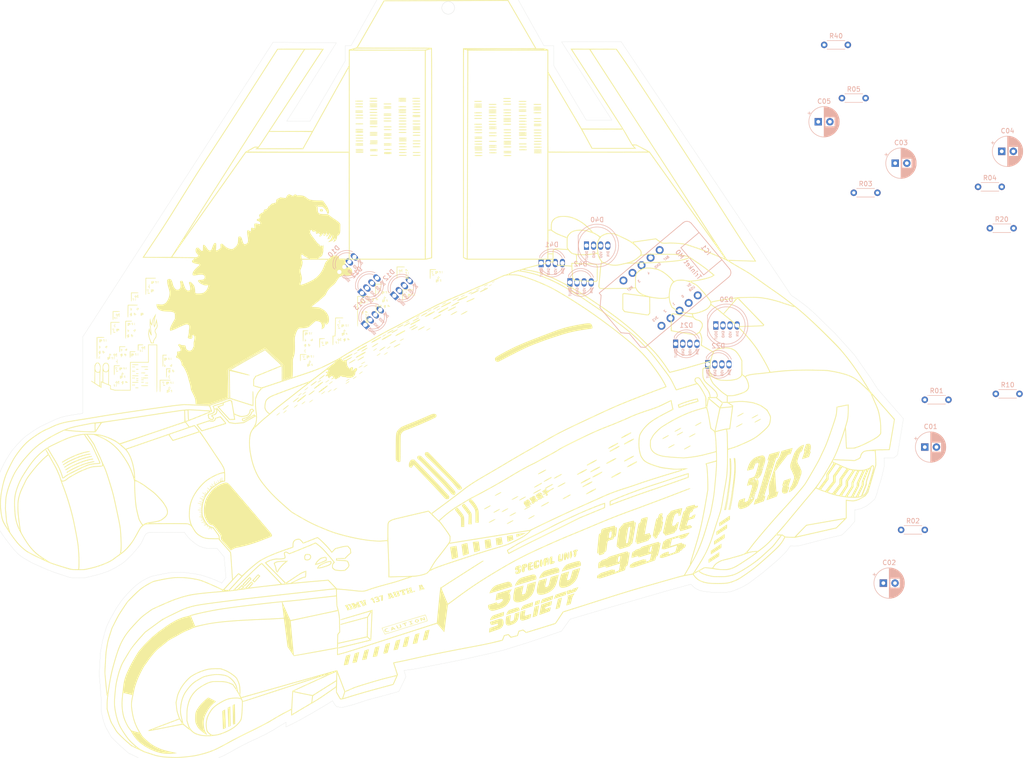
<source format=kicad_pcb>
(kicad_pcb (version 20171130) (host pcbnew 5.1.0-060a0da~80~ubuntu18.04.1)
  (title_block (title "3000 Society Badge PCB Design") (date 2019-03-26) (rev 1) (company "Created by @alt_bier a.k.a. Richard Gowen") (comment 1 https://github.com/gowenrw/3k_badge))
  (layers (0 F.Cu signal) (31 B.Cu signal) (34 B.Paste user) (35 F.Paste user) (36 B.SilkS user) (37 F.SilkS user) (38 B.Mask user) (39 F.Mask user) (44 Edge.Cuts user hide))
  (net 0 "")
  (net 1 "Net-(C01-Pad2)")
  (net 2 "Net-(C01-Pad1)")
  (net 3 "Net-(C02-Pad1)")
  (net 4 "Net-(C03-Pad1)")
  (net 5 "Net-(C04-Pad1)")
  (net 6 "Net-(C05-Pad1)")
  (net 7 "Net-(D10-Pad1)")
  (net 8 "Net-(D10-Pad4)")
  (net 9 "Net-(D11-Pad1)")
  (net 10 "Net-(D12-Pad1)")
  (net 11 "Net-(D20-Pad4)")
  (net 12 "Net-(D20-Pad1)")
  (net 13 "Net-(D21-Pad1)")
  (net 14 "Net-(D40-Pad1)")
  (net 15 "Net-(D40-Pad4)")
  (net 16 "Net-(D41-Pad1)")
  (net 17 "Net-(IC1-Pad3)")
  (net 18 "Net-(IC1-Pad7)")
  (net 19 "Net-(IC1-Pad8)")
  (net 20 "Net-(IC1-Pad10)")
  (module 3000_Society_Badge:LED_D5.0mm-4_RGB_Neo (layer F.Cu) (at 118.48084 80.23098 45)
    (fp_text reference D10 (at 1.905 -3.96 45) (layer B.SilkS) (effects (justify mirror)))
    (fp_text value LED_NeoPixel_THT_5mm)
    (fp_text user DIN (at 4.2545 1.7145 135) (layer B.SilkS) (effects (font (size 0.5 0.5) (thickness 0.1)) (justify mirror)))
    (fp_text user DOUT (at -0.3175 2.032 135) (layer B.SilkS) (effects (font (size 0.5 0.5) (thickness 0.1)) (justify mirror)))
    (fp_text user GND (at 1.2065 1.8415 135) (layer B.SilkS) (effects (font (size 0.5 0.5) (thickness 0.1)) (justify mirror)))
    (fp_text user VDD (at 2.7305 1.8415 135) (layer B.SilkS) (effects (font (size 0.5 0.5) (thickness 0.1)) (justify mirror)))
    (pad 4 thru_hole oval (at 4.191 0 45) (size 1.07 1.8) (drill 0.9) (layers *.Cu *.Mask) (net 8 "Net-(D10-Pad4)"))
    (pad 3 thru_hole oval (at 2.667 0 45) (size 1.07 1.8) (drill 0.9) (layers *.Cu *.Mask) (net 2 "Net-(C01-Pad1)"))
    (pad 2 thru_hole oval (at 1.143 0 45) (size 1.07 1.8) (drill 0.9) (layers *.Cu *.Mask) (net 1 "Net-(C01-Pad2)"))
    (pad 1 thru_hole rect (at -0.381 0 45) (size 1.07 1.8) (drill 0.9) (layers *.Cu *.Mask) (net 7 "Net-(D10-Pad1)"))
  )
  (module 3000_Society_Badge:LED_D5.0mm-4_RGB_Neo (layer F.Cu) (at 123.32208 84.76742 45)
    (fp_text reference D11 (at 1.905 -3.96 45) (layer B.SilkS) (effects (justify mirror)))
    (fp_text value LED_NeoPixel_THT_5mm)
    (fp_text user DIN (at 4.2545 1.7145 135) (layer B.SilkS) (effects (font (size 0.5 0.5) (thickness 0.1)) (justify mirror)))
    (fp_text user DOUT (at -0.3175 2.032 135) (layer B.SilkS) (effects (font (size 0.5 0.5) (thickness 0.1)) (justify mirror)))
    (fp_text user GND (at 1.2065 1.8415 135) (layer B.SilkS) (effects (font (size 0.5 0.5) (thickness 0.1)) (justify mirror)))
    (fp_text user VDD (at 2.7305 1.8415 135) (layer B.SilkS) (effects (font (size 0.5 0.5) (thickness 0.1)) (justify mirror)))
    (pad 4 thru_hole oval (at 4.191 0 45) (size 1.07 1.8) (drill 0.9) (layers *.Cu *.Mask) (net 7 "Net-(D10-Pad1)"))
    (pad 3 thru_hole oval (at 2.667 0 45) (size 1.07 1.8) (drill 0.9) (layers *.Cu *.Mask) (net 2 "Net-(C01-Pad1)"))
    (pad 2 thru_hole oval (at 1.143 0 45) (size 1.07 1.8) (drill 0.9) (layers *.Cu *.Mask) (net 1 "Net-(C01-Pad2)"))
    (pad 1 thru_hole rect (at -0.381 0 45) (size 1.07 1.8) (drill 0.9) (layers *.Cu *.Mask) (net 9 "Net-(D11-Pad1)"))
  )
  (module 3000_Society_Badge:LED_D5.0mm-4_RGB_Neo (layer F.Cu) (at 130.29184 85.344 45)
    (fp_text reference D12 (at 1.905 -3.96 45) (layer B.SilkS) (effects (justify mirror)))
    (fp_text value LED_NeoPixel_THT_5mm)
    (fp_text user DIN (at 4.2545 1.7145 135) (layer B.SilkS) (effects (font (size 0.5 0.5) (thickness 0.1)) (justify mirror)))
    (fp_text user DOUT (at -0.3175 2.032 135) (layer B.SilkS) (effects (font (size 0.5 0.5) (thickness 0.1)) (justify mirror)))
    (fp_text user GND (at 1.2065 1.8415 135) (layer B.SilkS) (effects (font (size 0.5 0.5) (thickness 0.1)) (justify mirror)))
    (fp_text user VDD (at 2.7305 1.8415 135) (layer B.SilkS) (effects (font (size 0.5 0.5) (thickness 0.1)) (justify mirror)))
    (pad 4 thru_hole oval (at 4.191 0 45) (size 1.07 1.8) (drill 0.9) (layers *.Cu *.Mask) (net 9 "Net-(D11-Pad1)"))
    (pad 3 thru_hole oval (at 2.667 0 45) (size 1.07 1.8) (drill 0.9) (layers *.Cu *.Mask) (net 3 "Net-(C02-Pad1)"))
    (pad 2 thru_hole oval (at 1.143 0 45) (size 1.07 1.8) (drill 0.9) (layers *.Cu *.Mask) (net 1 "Net-(C01-Pad2)"))
    (pad 1 thru_hole rect (at -0.381 0 45) (size 1.07 1.8) (drill 0.9) (layers *.Cu *.Mask) (net 10 "Net-(D12-Pad1)"))
  )
  (module 3000_Society_Badge:LED_D5.0mm-4_RGB_Neo (layer F.Cu) (at 124.03328 91.60256 45)
    (fp_text reference D13 (at 1.905 -3.96 45) (layer B.SilkS) (effects (justify mirror)))
    (fp_text value LED_NeoPixel_THT_5mm)
    (fp_text user DIN (at 4.2545 1.7145 135) (layer B.SilkS) (effects (font (size 0.5 0.5) (thickness 0.1)) (justify mirror)))
    (fp_text user DOUT (at -0.3175 2.032 135) (layer B.SilkS) (effects (font (size 0.5 0.5) (thickness 0.1)) (justify mirror)))
    (fp_text user GND (at 1.2065 1.8415 135) (layer B.SilkS) (effects (font (size 0.5 0.5) (thickness 0.1)) (justify mirror)))
    (fp_text user VDD (at 2.7305 1.8415 135) (layer B.SilkS) (effects (font (size 0.5 0.5) (thickness 0.1)) (justify mirror)))
    (pad 4 thru_hole oval (at 4.191 0 45) (size 1.07 1.8) (drill 0.9) (layers *.Cu *.Mask) (net 10 "Net-(D12-Pad1)"))
    (pad 3 thru_hole oval (at 2.667 0 45) (size 1.07 1.8) (drill 0.9) (layers *.Cu *.Mask) (net 3 "Net-(C02-Pad1)"))
    (pad 2 thru_hole oval (at 1.143 0 45) (size 1.07 1.8) (drill 0.9) (layers *.Cu *.Mask) (net 1 "Net-(C01-Pad2)"))
    (pad 1 thru_hole rect (at -0.381 0 45) (size 1.07 1.8) (drill 0.9) (layers *.Cu *.Mask))
  )
  (module 3000_Society_Badge:LED_D5.0mm-4_RGB_Neo (layer F.Cu) (at 190.75654 95.93072)
    (fp_text reference D21 (at 1.905 -3.96) (layer B.SilkS) (effects (justify mirror)))
    (fp_text value LED_NeoPixel_THT_5mm)
    (fp_text user DIN (at 4.2545 1.7145 90) (layer B.SilkS) (effects (font (size 0.5 0.5) (thickness 0.1)) (justify mirror)))
    (fp_text user DOUT (at -0.3175 2.032 90) (layer B.SilkS) (effects (font (size 0.5 0.5) (thickness 0.1)) (justify mirror)))
    (fp_text user GND (at 1.2065 1.8415 90) (layer B.SilkS) (effects (font (size 0.5 0.5) (thickness 0.1)) (justify mirror)))
    (fp_text user VDD (at 2.7305 1.8415 90) (layer B.SilkS) (effects (font (size 0.5 0.5) (thickness 0.1)) (justify mirror)))
    (pad 4 thru_hole oval (at 4.191 0) (size 1.07 1.8) (drill 0.9) (layers *.Cu *.Mask) (net 12 "Net-(D20-Pad1)"))
    (pad 3 thru_hole oval (at 2.667 0) (size 1.07 1.8) (drill 0.9) (layers *.Cu *.Mask) (net 5 "Net-(C04-Pad1)"))
    (pad 2 thru_hole oval (at 1.143 0) (size 1.07 1.8) (drill 0.9) (layers *.Cu *.Mask) (net 1 "Net-(C01-Pad2)"))
    (pad 1 thru_hole rect (at -0.381 0) (size 1.07 1.8) (drill 0.9) (layers *.Cu *.Mask) (net 13 "Net-(D21-Pad1)"))
  )
  (module 3000_Society_Badge:LED_D5.0mm-4_RGB_Neo (layer F.Cu) (at 197.63232 100.3427)
    (fp_text reference D22 (at 1.905 -3.96) (layer B.SilkS) (effects (justify mirror)))
    (fp_text value LED_NeoPixel_THT_5mm)
    (fp_text user DIN (at 4.2545 1.7145 90) (layer B.SilkS) (effects (font (size 0.5 0.5) (thickness 0.1)) (justify mirror)))
    (fp_text user DOUT (at -0.3175 2.032 90) (layer B.SilkS) (effects (font (size 0.5 0.5) (thickness 0.1)) (justify mirror)))
    (fp_text user GND (at 1.2065 1.8415 90) (layer B.SilkS) (effects (font (size 0.5 0.5) (thickness 0.1)) (justify mirror)))
    (fp_text user VDD (at 2.7305 1.8415 90) (layer B.SilkS) (effects (font (size 0.5 0.5) (thickness 0.1)) (justify mirror)))
    (pad 4 thru_hole oval (at 4.191 0) (size 1.07 1.8) (drill 0.9) (layers *.Cu *.Mask) (net 13 "Net-(D21-Pad1)"))
    (pad 3 thru_hole oval (at 2.667 0) (size 1.07 1.8) (drill 0.9) (layers *.Cu *.Mask) (net 5 "Net-(C04-Pad1)"))
    (pad 2 thru_hole oval (at 1.143 0) (size 1.07 1.8) (drill 0.9) (layers *.Cu *.Mask) (net 1 "Net-(C01-Pad2)"))
    (pad 1 thru_hole rect (at -0.381 0) (size 1.07 1.8) (drill 0.9) (layers *.Cu *.Mask))
  )
  (module 3000_Society_Badge:LED_D5.0mm-4_RGB_Neo (layer F.Cu) (at 161.88944 78.59014)
    (fp_text reference D41 (at 1.905 -3.96) (layer B.SilkS) (effects (justify mirror)))
    (fp_text value LED_NeoPixel_THT_5mm)
    (fp_text user DIN (at 4.2545 1.7145 90) (layer B.SilkS) (effects (font (size 0.5 0.5) (thickness 0.1)) (justify mirror)))
    (fp_text user DOUT (at -0.3175 2.032 90) (layer B.SilkS) (effects (font (size 0.5 0.5) (thickness 0.1)) (justify mirror)))
    (fp_text user GND (at 1.2065 1.8415 90) (layer B.SilkS) (effects (font (size 0.5 0.5) (thickness 0.1)) (justify mirror)))
    (fp_text user VDD (at 2.7305 1.8415 90) (layer B.SilkS) (effects (font (size 0.5 0.5) (thickness 0.1)) (justify mirror)))
    (pad 4 thru_hole oval (at 4.191 0) (size 1.07 1.8) (drill 0.9) (layers *.Cu *.Mask) (net 14 "Net-(D40-Pad1)"))
    (pad 3 thru_hole oval (at 2.667 0) (size 1.07 1.8) (drill 0.9) (layers *.Cu *.Mask) (net 6 "Net-(C05-Pad1)"))
    (pad 2 thru_hole oval (at 1.143 0) (size 1.07 1.8) (drill 0.9) (layers *.Cu *.Mask) (net 1 "Net-(C01-Pad2)"))
    (pad 1 thru_hole rect (at -0.381 0) (size 1.07 1.8) (drill 0.9) (layers *.Cu *.Mask) (net 16 "Net-(D41-Pad1)"))
  )
  (module 3000_Society_Badge:LED_D5.0mm-4_RGB_Neo (layer F.Cu) (at 168.06418 82.75066)
    (fp_text reference D42 (at 1.905 -3.96) (layer B.SilkS) (effects (justify mirror)))
    (fp_text value LED_NeoPixel_THT_5mm)
    (fp_text user DIN (at 4.2545 1.7145 90) (layer B.SilkS) (effects (font (size 0.5 0.5) (thickness 0.1)) (justify mirror)))
    (fp_text user DOUT (at -0.3175 2.032 90) (layer B.SilkS) (effects (font (size 0.5 0.5) (thickness 0.1)) (justify mirror)))
    (fp_text user GND (at 1.2065 1.8415 90) (layer B.SilkS) (effects (font (size 0.5 0.5) (thickness 0.1)) (justify mirror)))
    (fp_text user VDD (at 2.7305 1.8415 90) (layer B.SilkS) (effects (font (size 0.5 0.5) (thickness 0.1)) (justify mirror)))
    (pad 4 thru_hole oval (at 4.191 0) (size 1.07 1.8) (drill 0.9) (layers *.Cu *.Mask) (net 16 "Net-(D41-Pad1)"))
    (pad 3 thru_hole oval (at 2.667 0) (size 1.07 1.8) (drill 0.9) (layers *.Cu *.Mask) (net 6 "Net-(C05-Pad1)"))
    (pad 2 thru_hole oval (at 1.143 0) (size 1.07 1.8) (drill 0.9) (layers *.Cu *.Mask) (net 1 "Net-(C01-Pad2)"))
    (pad 1 thru_hole rect (at -0.381 0) (size 1.07 1.8) (drill 0.9) (layers *.Cu *.Mask))
  )
  (module 3000_Society_Badge:LED_D8.0mm-4_RGB_Neo (layer F.Cu) (at 198.7423 91.99118)
    (fp_text reference D20 (at 2.54 -5.56) (layer B.SilkS) (effects (justify mirror)))
    (fp_text value LED_NeoPixel_THT_8mm)
    (fp_text user DIN (at 4.8895 1.778 90) (layer B.SilkS) (effects (font (size 0.5 0.5) (thickness 0.1)) (justify mirror)))
    (fp_text user DOUT (at 0.3175 2.0955 90) (layer B.SilkS) (effects (font (size 0.5 0.5) (thickness 0.1)) (justify mirror)))
    (fp_text user GND (at 1.8415 1.905 90) (layer B.SilkS) (effects (font (size 0.5 0.5) (thickness 0.1)) (justify mirror)))
    (fp_text user VDD (at 3.3655 1.9685 90) (layer B.SilkS) (effects (font (size 0.5 0.5) (thickness 0.1)) (justify mirror)))
    (pad 4 thru_hole oval (at 4.826 0) (size 1.07 1.8) (drill 0.9) (layers *.Cu *.Mask) (net 11 "Net-(D20-Pad4)"))
    (pad 3 thru_hole oval (at 3.302 0) (size 1.07 1.8) (drill 0.9) (layers *.Cu *.Mask) (net 4 "Net-(C03-Pad1)"))
    (pad 2 thru_hole oval (at 1.778 0) (size 1.07 1.8) (drill 0.9) (layers *.Cu *.Mask) (net 1 "Net-(C01-Pad2)"))
    (pad 1 thru_hole rect (at 0.254 0) (size 1.07 1.8) (drill 0.9) (layers *.Cu *.Mask) (net 12 "Net-(D20-Pad1)"))
  )
  (module 3000_Society_Badge:LED_D8.0mm-4_RGB_Neo (layer F.Cu) (at 170.98772 74.85126)
    (fp_text reference D40 (at 2.54 -5.56) (layer B.SilkS) (effects (justify mirror)))
    (fp_text value LED_NeoPixel_THT_8mm)
    (fp_text user DIN (at 4.8895 1.778 90) (layer B.SilkS) (effects (font (size 0.5 0.5) (thickness 0.1)) (justify mirror)))
    (fp_text user DOUT (at 0.3175 2.0955 90) (layer B.SilkS) (effects (font (size 0.5 0.5) (thickness 0.1)) (justify mirror)))
    (fp_text user GND (at 1.8415 1.905 90) (layer B.SilkS) (effects (font (size 0.5 0.5) (thickness 0.1)) (justify mirror)))
    (fp_text user VDD (at 3.3655 1.9685 90) (layer B.SilkS) (effects (font (size 0.5 0.5) (thickness 0.1)) (justify mirror)))
    (pad 4 thru_hole oval (at 4.826 0) (size 1.07 1.8) (drill 0.9) (layers *.Cu *.Mask) (net 15 "Net-(D40-Pad4)"))
    (pad 3 thru_hole oval (at 3.302 0) (size 1.07 1.8) (drill 0.9) (layers *.Cu *.Mask) (net 4 "Net-(C03-Pad1)"))
    (pad 2 thru_hole oval (at 1.778 0) (size 1.07 1.8) (drill 0.9) (layers *.Cu *.Mask) (net 1 "Net-(C01-Pad2)"))
    (pad 1 thru_hole rect (at 0.254 0) (size 1.07 1.8) (drill 0.9) (layers *.Cu *.Mask) (net 14 "Net-(D40-Pad1)"))
  )
  (module 3000_Society_Badge:Trinket_M0 (layer F.Cu) (at 197.84568 74.96048 310)
    (fp_text reference IC1 (at 0 1.27 310) (layer B.SilkS) (effects (justify mirror)))
    (fp_text value Trinket_M0)
    (fp_text user "Trinket M0" (at 0 6.1595 310) (layer B.SilkS) (effects (justify mirror)))
    (fp_text user 5V (at 3.4925 8.89 40) (layer B.SilkS) (effects (font (size 0.5 0.5) (thickness 0.1)) (justify mirror)))
    (fp_text user 3V3 (at 4.3815 19.1135 40) (layer B.SilkS) (effects (font (size 0.5 0.5) (thickness 0.1)) (justify mirror)))
    (fp_text user 2 (at 4.445 16.4465 40) (layer B.SilkS) (effects (font (size 0.5 0.5) (thickness 0.1)) (justify mirror)))
    (fp_text user 1 (at 4.445 14.0335 40) (layer B.SilkS) (effects (font (size 0.5 0.5) (thickness 0.1)) (justify mirror)))
    (fp_text user 0 (at 4.445 11.4935 40) (layer B.SilkS) (effects (font (size 0.5 0.5) (thickness 0.1)) (justify mirror)))
    (fp_text user USB (at 4.445 8.89 40) (layer B.SilkS) (effects (font (size 0.5 0.5) (thickness 0.1)) (justify mirror)))
    (fp_text user RST (at -4.064 19.05 40) (layer B.SilkS) (effects (font (size 0.5 0.5) (thickness 0.1)) (justify mirror)))
    (fp_text user 3 (at -4.064 16.5735 40) (layer B.SilkS) (effects (font (size 0.5 0.5) (thickness 0.1)) (justify mirror)))
    (fp_text user 4 (at -4.064 13.9065 40) (layer B.SilkS) (effects (font (size 0.5 0.5) (thickness 0.1)) (justify mirror)))
    (fp_text user GND (at -4.064 11.3665 40) (layer B.SilkS) (effects (font (size 0.5 0.5) (thickness 0.1)) (justify mirror)))
    (fp_text user BAT (at -4.064 8.89 40) (layer B.SilkS) (effects (font (size 0.5 0.5) (thickness 0.1)) (justify mirror)))
    (pad 10 thru_hole circle (at 6.35 8.89 310) (size 1.7 1.7) (drill 1) (layers *.Cu *.Mask) (net 20 "Net-(IC1-Pad10)"))
    (pad 9 thru_hole circle (at 6.35 11.43 310) (size 1.7 1.7) (drill 1) (layers *.Cu *.Mask))
    (pad 8 thru_hole circle (at 6.35 13.97 310) (size 1.7 1.7) (drill 1) (layers *.Cu *.Mask) (net 19 "Net-(IC1-Pad8)"))
    (pad 7 thru_hole circle (at 6.35 16.51 310) (size 1.7 1.7) (drill 1) (layers *.Cu *.Mask) (net 18 "Net-(IC1-Pad7)"))
    (pad 6 thru_hole circle (at 6.35 19.05 310) (size 1.7 1.7) (drill 1) (layers *.Cu *.Mask))
    (pad 5 thru_hole circle (at -6.35 19.05 310) (size 1.7 1.7) (drill 1) (layers *.Cu *.Mask))
    (pad 4 thru_hole circle (at -6.35 16.51 310) (size 1.7 1.7) (drill 1) (layers *.Cu *.Mask))
    (pad 3 thru_hole circle (at -6.35 13.97 310) (size 1.7 1.7) (drill 1) (layers *.Cu *.Mask) (net 17 "Net-(IC1-Pad3)"))
    (pad 2 thru_hole circle (at -6.35 11.43 310) (size 1.7 1.7) (drill 1) (layers *.Cu *.Mask) (net 1 "Net-(C01-Pad2)"))
    (pad 1 thru_hole circle (at -6.35 8.89 310) (size 1.7 1.7) (drill 1) (layers *.Cu *.Mask))
  )
  (module 3000_Society_Badge:3kbadge-for-export-v4-FrontSilk (layer F.Cu) (at 141.39 103.47)
    (fp_text reference Art hide)
    (fp_text value "" hide)
  )
  (module 3000_Society_Badge:CP_Radial_D6.3mm_P2.50mm (layer F.Cu) (at 243.84 118.11)
    (fp_text reference C01 (at 1.25 -4.4) (layer B.SilkS))
    (fp_text value "CP 100uF")
    (pad 2 thru_hole circle (at 2.5 0) (size 1.6 1.6) (drill 0.8) (layers *.Cu *.Mask) (net 1 "Net-(C01-Pad2)"))
    (pad 1 thru_hole rect (at 0 0) (size 1.6 1.6) (drill 0.8) (layers *.Cu *.Mask) (net 2 "Net-(C01-Pad1)"))
  )
  (module 3000_Society_Badge:CP_Radial_D6.3mm_P2.50mm (layer F.Cu) (at 234.95 147.32)
    (fp_text reference C02 (at 1.25 -4.4) (layer B.SilkS))
    (fp_text value "CP 100uF")
    (pad 1 thru_hole rect (at 0 0) (size 1.6 1.6) (drill 0.8) (layers *.Cu *.Mask) (net 3 "Net-(C02-Pad1)"))
    (pad 2 thru_hole circle (at 2.5 0) (size 1.6 1.6) (drill 0.8) (layers *.Cu *.Mask) (net 1 "Net-(C01-Pad2)"))
  )
  (module 3000_Society_Badge:CP_Radial_D6.3mm_P2.50mm (layer F.Cu) (at 237.49 57.15)
    (fp_text reference C03 (at 1.25 -4.4) (layer B.SilkS))
    (fp_text value "CP 100uF")
    (pad 1 thru_hole rect (at 0 0) (size 1.6 1.6) (drill 0.8) (layers *.Cu *.Mask) (net 4 "Net-(C03-Pad1)"))
    (pad 2 thru_hole circle (at 2.5 0) (size 1.6 1.6) (drill 0.8) (layers *.Cu *.Mask) (net 1 "Net-(C01-Pad2)"))
  )
  (module 3000_Society_Badge:CP_Radial_D6.3mm_P2.50mm (layer F.Cu) (at 260.35 54.61)
    (fp_text reference C04 (at 1.25 -4.4) (layer B.SilkS))
    (fp_text value "CP 100uF")
    (pad 2 thru_hole circle (at 2.5 0) (size 1.6 1.6) (drill 0.8) (layers *.Cu *.Mask) (net 1 "Net-(C01-Pad2)"))
    (pad 1 thru_hole rect (at 0 0) (size 1.6 1.6) (drill 0.8) (layers *.Cu *.Mask) (net 5 "Net-(C04-Pad1)"))
  )
  (module 3000_Society_Badge:CP_Radial_D6.3mm_P2.50mm (layer F.Cu) (at 220.98 48.26)
    (fp_text reference C05 (at 1.25 -4.4) (layer B.SilkS))
    (fp_text value "CP 100uF")
    (pad 1 thru_hole rect (at 0 0) (size 1.6 1.6) (drill 0.8) (layers *.Cu *.Mask) (net 6 "Net-(C05-Pad1)"))
    (pad 2 thru_hole circle (at 2.5 0) (size 1.6 1.6) (drill 0.8) (layers *.Cu *.Mask) (net 1 "Net-(C01-Pad2)"))
  )
  (module 3000_Society_Badge:R_Axial_DIN0204_L3.6mm_D1.6mm_P5.08mm_Horizontal (layer F.Cu) (at 243.84 107.95)
    (fp_text reference R01 (at 2.54 -1.92) (layer B.SilkS))
    (fp_text value "R 470ohm")
    (pad 2 thru_hole oval (at 5.08 0) (size 1.4 1.4) (drill 0.7) (layers *.Cu *.Mask) (net 2 "Net-(C01-Pad1)"))
    (pad 1 thru_hole circle (at 0 0) (size 1.4 1.4) (drill 0.7) (layers *.Cu *.Mask) (net 20 "Net-(IC1-Pad10)"))
  )
  (module 3000_Society_Badge:R_Axial_DIN0204_L3.6mm_D1.6mm_P5.08mm_Horizontal (layer F.Cu) (at 238.76 135.89)
    (fp_text reference R02 (at 2.54 -1.92) (layer B.SilkS))
    (fp_text value "R 470ohm")
    (pad 1 thru_hole circle (at 0 0) (size 1.4 1.4) (drill 0.7) (layers *.Cu *.Mask) (net 20 "Net-(IC1-Pad10)"))
    (pad 2 thru_hole oval (at 5.08 0) (size 1.4 1.4) (drill 0.7) (layers *.Cu *.Mask) (net 3 "Net-(C02-Pad1)"))
  )
  (module 3000_Society_Badge:R_Axial_DIN0204_L3.6mm_D1.6mm_P5.08mm_Horizontal (layer F.Cu) (at 228.6 63.5)
    (fp_text reference R03 (at 2.54 -1.92) (layer B.SilkS))
    (fp_text value "R 470ohm")
    (pad 2 thru_hole oval (at 5.08 0) (size 1.4 1.4) (drill 0.7) (layers *.Cu *.Mask) (net 4 "Net-(C03-Pad1)"))
    (pad 1 thru_hole circle (at 0 0) (size 1.4 1.4) (drill 0.7) (layers *.Cu *.Mask) (net 20 "Net-(IC1-Pad10)"))
  )
  (module 3000_Society_Badge:R_Axial_DIN0204_L3.6mm_D1.6mm_P5.08mm_Horizontal (layer F.Cu) (at 255.27 62.23)
    (fp_text reference R04 (at 2.54 -1.92) (layer B.SilkS))
    (fp_text value "R 470ohm")
    (pad 2 thru_hole oval (at 5.08 0) (size 1.4 1.4) (drill 0.7) (layers *.Cu *.Mask) (net 5 "Net-(C04-Pad1)"))
    (pad 1 thru_hole circle (at 0 0) (size 1.4 1.4) (drill 0.7) (layers *.Cu *.Mask) (net 20 "Net-(IC1-Pad10)"))
  )
  (module 3000_Society_Badge:R_Axial_DIN0204_L3.6mm_D1.6mm_P5.08mm_Horizontal (layer F.Cu) (at 226.06 43.18)
    (fp_text reference R05 (at 2.54 -1.92) (layer B.SilkS))
    (fp_text value "R 470ohm")
    (pad 2 thru_hole oval (at 5.08 0) (size 1.4 1.4) (drill 0.7) (layers *.Cu *.Mask) (net 6 "Net-(C05-Pad1)"))
    (pad 1 thru_hole circle (at 0 0) (size 1.4 1.4) (drill 0.7) (layers *.Cu *.Mask) (net 20 "Net-(IC1-Pad10)"))
  )
  (module 3000_Society_Badge:R_Axial_DIN0204_L3.6mm_D1.6mm_P5.08mm_Horizontal (layer F.Cu) (at 259.08 106.68)
    (fp_text reference R10 (at 2.54 -1.92) (layer B.SilkS))
    (fp_text value "R 470ohm")
    (pad 1 thru_hole circle (at 0 0) (size 1.4 1.4) (drill 0.7) (layers *.Cu *.Mask) (net 19 "Net-(IC1-Pad8)"))
    (pad 2 thru_hole oval (at 5.08 0) (size 1.4 1.4) (drill 0.7) (layers *.Cu *.Mask) (net 8 "Net-(D10-Pad4)"))
  )
  (module 3000_Society_Badge:R_Axial_DIN0204_L3.6mm_D1.6mm_P5.08mm_Horizontal (layer F.Cu) (at 257.81 71.12)
    (fp_text reference R20 (at 2.54 -1.92) (layer B.SilkS))
    (fp_text value "R 470ohm")
    (pad 1 thru_hole circle (at 0 0) (size 1.4 1.4) (drill 0.7) (layers *.Cu *.Mask) (net 18 "Net-(IC1-Pad7)"))
    (pad 2 thru_hole oval (at 5.08 0) (size 1.4 1.4) (drill 0.7) (layers *.Cu *.Mask) (net 11 "Net-(D20-Pad4)"))
  )
  (module 3000_Society_Badge:R_Axial_DIN0204_L3.6mm_D1.6mm_P5.08mm_Horizontal (layer F.Cu) (at 222.25 31.75)
    (fp_text reference R40 (at 2.54 -1.92) (layer B.SilkS))
    (fp_text value "R 470ohm")
    (pad 1 thru_hole circle (at 0 0) (size 1.4 1.4) (drill 0.7) (layers *.Cu *.Mask) (net 17 "Net-(IC1-Pad3)"))
    (pad 2 thru_hole oval (at 5.08 0) (size 1.4 1.4) (drill 0.7) (layers *.Cu *.Mask) (net 15 "Net-(D40-Pad4)"))
  )
  (gr_circle (center 141.57435 23.79) (end 142.12435 25.04) (layer Edge.Cuts) (width 0.05))
  (gr_line (start 72.909999 183.77375) (end 73.1425 183.905001) (layer Edge.Cuts) (width 0.036))
  (gr_line (start 78.576248 186.098751) (end 80.222499 186.39875) (layer Edge.Cuts) (width 0.036))
  (gr_line (start 66.921248 169.810625) (end 67.0225 171.211251) (layer Edge.Cuts) (width 0.036))
  (gr_line (start 69.129999 180.1175) (end 69.253749 180.338751) (layer Edge.Cuts) (width 0.036))
  (gr_line (start 93.64 184.235) (end 94.419999 183.8225) (layer Edge.Cuts) (width 0.036))
  (gr_line (start 66.938125 162.38) (end 66.825625 164.196875) (layer Edge.Cuts) (width 0.036))
  (gr_line (start 71.26 182.307501) (end 72.909999 183.77375) (layer Edge.Cuts) (width 0.036))
  (gr_line (start 92.4925 184.74125) (end 93.126249 184.490001) (layer Edge.Cuts) (width 0.036))
  (gr_line (start 68.286249 178.64375) (end 68.679999 179.3225) (layer Edge.Cuts) (width 0.036))
  (gr_line (start 90.234999 185.592501) (end 91.735 185.041251) (layer Edge.Cuts) (width 0.036))
  (gr_line (start 67.146248 172.628751) (end 67.135 172.90625) (layer Edge.Cuts) (width 0.036))
  (gr_line (start 68.265625 156.715625) (end 67.928125 157.756251) (layer Edge.Cuts) (width 0.036))
  (gr_line (start 69.795625 153.695) (end 69.503125 154.229375) (layer Edge.Cuts) (width 0.036))
  (gr_line (start 67.135 172.90625) (end 67.078748 174.65) (layer Edge.Cuts) (width 0.036))
  (gr_line (start 91.735 185.041251) (end 92.4925 184.74125) (layer Edge.Cuts) (width 0.036))
  (gr_line (start 88.8025 186.005) (end 90.234999 185.592501) (layer Edge.Cuts) (width 0.036))
  (gr_line (start 70.183748 181.295001) (end 71.26 182.307501) (layer Edge.Cuts) (width 0.036))
  (gr_line (start 67.078748 174.65) (end 67.127499 174.905001) (layer Edge.Cuts) (width 0.036))
  (gr_line (start 80.222499 186.39875) (end 81.77875 186.51125) (layer Edge.Cuts) (width 0.036))
  (gr_line (start 73.967499 184.28) (end 75.535 185.0375) (layer Edge.Cuts) (width 0.036))
  (gr_line (start 67.0225 171.211251) (end 67.146248 172.628751) (layer Edge.Cuts) (width 0.036))
  (gr_line (start 69.503125 154.229375) (end 69.193748 154.780625) (layer Edge.Cuts) (width 0.036))
  (gr_line (start 66.696248 167.290625) (end 66.7975 168.2975) (layer Edge.Cuts) (width 0.036))
  (gr_line (start 69.193748 154.780625) (end 68.839375 155.410625) (layer Edge.Cuts) (width 0.036))
  (gr_line (start 67.55875 176.817501) (end 68.027499 178.1375) (layer Edge.Cuts) (width 0.036))
  (gr_line (start 68.027499 178.1375) (end 68.286249 178.64375) (layer Edge.Cuts) (width 0.036))
  (gr_line (start 68.839375 155.410625) (end 68.490625 156.181252) (layer Edge.Cuts) (width 0.036))
  (gr_line (start 67.050625 161.609375) (end 66.938125 162.38) (layer Edge.Cuts) (width 0.036))
  (gr_line (start 67.63 158.853125) (end 67.410625 159.68) (layer Edge.Cuts) (width 0.036))
  (gr_line (start 84.474999 186.51125) (end 87.058748 186.31625) (layer Edge.Cuts) (width 0.036))
  (gr_line (start 99.3325 181.227501) (end 99.86875 180.98375) (layer Edge.Cuts) (width 0.036))
  (gr_line (start 68.679999 179.3225) (end 69.129999 180.1175) (layer Edge.Cuts) (width 0.036))
  (gr_line (start 81.77875 186.51125) (end 84.474999 186.51125) (layer Edge.Cuts) (width 0.036))
  (gr_line (start 75.958749 185.23625) (end 78.576248 186.098751) (layer Edge.Cuts) (width 0.036))
  (gr_line (start 66.696248 166.868751) (end 66.696248 167.290625) (layer Edge.Cuts) (width 0.036))
  (gr_line (start 66.825625 164.196875) (end 66.713125 166.334375) (layer Edge.Cuts) (width 0.036))
  (gr_line (start 68.490625 156.181252) (end 68.265625 156.715625) (layer Edge.Cuts) (width 0.036))
  (gr_line (start 73.1425 183.905001) (end 73.967499 184.28) (layer Edge.Cuts) (width 0.036))
  (gr_line (start 100.6 180.6575) (end 101.29 180.30125) (layer Edge.Cuts) (width 0.036))
  (gr_line (start 67.410625 159.68) (end 67.050625 161.609375) (layer Edge.Cuts) (width 0.036))
  (gr_line (start 95.946248 182.96375) (end 96.7675 182.525) (layer Edge.Cuts) (width 0.036))
  (gr_line (start 100.20625 180.82625) (end 100.6 180.6575) (layer Edge.Cuts) (width 0.036))
  (gr_line (start 99.86875 180.98375) (end 100.20625 180.82625) (layer Edge.Cuts) (width 0.036))
  (gr_line (start 98.706249 181.51625) (end 99.3325 181.227501) (layer Edge.Cuts) (width 0.036))
  (gr_line (start 66.7975 168.2975) (end 66.921248 169.810625) (layer Edge.Cuts) (width 0.036))
  (gr_line (start 98.064999 181.85) (end 98.706249 181.51625) (layer Edge.Cuts) (width 0.036))
  (gr_line (start 97.4425 182.161251) (end 98.064999 181.85) (layer Edge.Cuts) (width 0.036))
  (gr_line (start 96.7675 182.525) (end 97.4425 182.161251) (layer Edge.Cuts) (width 0.036))
  (gr_line (start 87.058748 186.31625) (end 88.8025 186.005) (layer Edge.Cuts) (width 0.036))
  (gr_line (start 95.158748 183.410001) (end 95.946248 182.96375) (layer Edge.Cuts) (width 0.036))
  (gr_line (start 67.127499 174.905001) (end 67.55875 176.817501) (layer Edge.Cuts) (width 0.036))
  (gr_line (start 67.928125 157.756251) (end 67.63 158.853125) (layer Edge.Cuts) (width 0.036))
  (gr_line (start 94.419999 183.8225) (end 95.158748 183.410001) (layer Edge.Cuts) (width 0.036))
  (gr_line (start 93.126249 184.490001) (end 93.64 184.235) (layer Edge.Cuts) (width 0.036))
  (gr_line (start 75.535 185.0375) (end 75.958749 185.23625) (layer Edge.Cuts) (width 0.036))
  (gr_line (start 66.713125 166.334375) (end 66.696248 166.868751) (layer Edge.Cuts) (width 0.036))
  (gr_line (start 69.253749 180.338751) (end 70.183748 181.295001) (layer Edge.Cuts) (width 0.036))
  (gr_line (start 75.938125 146.826875) (end 75.561248 147.08) (layer Edge.Cuts) (width 0.036))
  (gr_line (start 80.663125 145.291252) (end 79.498748 145.516252) (layer Edge.Cuts) (width 0.036))
  (gr_line (start 82.063748 145.060625) (end 81.715 145.105625) (layer Edge.Cuts) (width 0.036))
  (gr_line (start 87.188125 138.755) (end 87.694375 139.109375) (layer Edge.Cuts) (width 0.036))
  (gr_line (start 84.9325 145.049375) (end 84.043748 145.01) (layer Edge.Cuts) (width 0.036))
  (gr_line (start 76.7425 136.73) (end 76.883125 136.634375) (layer Edge.Cuts) (width 0.036))
  (gr_line (start 87.750625 145.426252) (end 86.878748 145.285625) (layer Edge.Cuts) (width 0.036))
  (gr_line (start 86.743748 138.400625) (end 87.188125 138.755) (layer Edge.Cuts) (width 0.036))
  (gr_line (start 89.134375 139.711252) (end 89.6125 139.823752) (layer Edge.Cuts) (width 0.036))
  (gr_line (start 92.515 147.085625) (end 91.896248 146.793125) (layer Edge.Cuts) (width 0.036))
  (gr_line (start 85.331875 136.926875) (end 85.686248 137.388125) (layer Edge.Cuts) (width 0.036))
  (gr_line (start 88.594375 145.606252) (end 87.750625 145.426252) (layer Edge.Cuts) (width 0.036))
  (gr_line (start 93.7525 144.610625) (end 93.893125 146.146252) (layer Edge.Cuts) (width 0.036))
  (gr_line (start 90.068125 146.09) (end 89.325625 145.831252) (layer Edge.Cuts) (width 0.036))
  (gr_line (start 77.788748 136.398125) (end 80.2075 136.409375) (layer Edge.Cuts) (width 0.036))
  (gr_line (start 91.896248 146.793125) (end 91.406875 146.579375) (layer Edge.Cuts) (width 0.036))
  (gr_line (start 87.694375 139.109375) (end 88.105 139.3625) (layer Edge.Cuts) (width 0.036))
  (gr_line (start 76.883125 136.634375) (end 77.096875 136.55) (layer Edge.Cuts) (width 0.036))
  (gr_line (start 93.893125 146.146252) (end 92.981875 147.321875) (layer Edge.Cuts) (width 0.036))
  (gr_line (start 91.980625 139.868752) (end 93.4825 141.685625) (layer Edge.Cuts) (width 0.036))
  (gr_line (start 89.753125 139.863125) (end 91.553125 139.88) (layer Edge.Cuts) (width 0.036))
  (gr_line (start 85.686248 137.388125) (end 86.006875 137.714375) (layer Edge.Cuts) (width 0.036))
  (gr_line (start 77.501875 136.426252) (end 77.788748 136.398125) (layer Edge.Cuts) (width 0.036))
  (gr_line (start 84.960625 136.3925) (end 85.123748 136.6625) (layer Edge.Cuts) (width 0.036))
  (gr_line (start 76.849375 146.3375) (end 75.938125 146.826875) (layer Edge.Cuts) (width 0.036))
  (gr_line (start 90.715 146.315) (end 90.068125 146.09) (layer Edge.Cuts) (width 0.036))
  (gr_line (start 77.096875 136.55) (end 77.293748 136.4825) (layer Edge.Cuts) (width 0.036))
  (gr_line (start 71.415625 151.169375) (end 70.965625 151.816252) (layer Edge.Cuts) (width 0.036))
  (gr_line (start 76.601875 136.904375) (end 76.7425 136.73) (layer Edge.Cuts) (width 0.036))
  (gr_line (start 91.553125 139.88) (end 91.980625 139.868752) (layer Edge.Cuts) (width 0.036))
  (gr_line (start 74.503748 147.8675) (end 74.2225 148.120625) (layer Edge.Cuts) (width 0.036))
  (gr_line (start 75.561248 147.08) (end 75.083125 147.4175) (layer Edge.Cuts) (width 0.036))
  (gr_line (start 77.614375 145.971875) (end 77.203748 146.168752) (layer Edge.Cuts) (width 0.036))
  (gr_line (start 79.498748 145.516252) (end 78.193748 145.7975) (layer Edge.Cuts) (width 0.036))
  (gr_line (start 88.751875 139.598752) (end 89.134375 139.711252) (layer Edge.Cuts) (width 0.036))
  (gr_line (start 86.006875 137.714375) (end 86.400625 138.119375) (layer Edge.Cuts) (width 0.036))
  (gr_line (start 81.715 145.105625) (end 80.663125 145.291252) (layer Edge.Cuts) (width 0.036))
  (gr_line (start 85.123748 136.6625) (end 85.331875 136.926875) (layer Edge.Cuts) (width 0.036))
  (gr_line (start 93.4825 141.685625) (end 93.7525 144.610625) (layer Edge.Cuts) (width 0.036))
  (gr_line (start 70.15 153.048125) (end 69.795625 153.695) (layer Edge.Cuts) (width 0.036))
  (gr_line (start 80.2075 136.409375) (end 84.960625 136.3925) (layer Edge.Cuts) (width 0.036))
  (gr_line (start 89.6125 139.823752) (end 89.753125 139.863125) (layer Edge.Cuts) (width 0.036))
  (gr_line (start 70.543748 152.418125) (end 70.15 153.048125) (layer Edge.Cuts) (width 0.036))
  (gr_line (start 70.965625 151.816252) (end 70.543748 152.418125) (layer Edge.Cuts) (width 0.036))
  (gr_line (start 71.978125 150.466252) (end 71.415625 151.169375) (layer Edge.Cuts) (width 0.036))
  (gr_line (start 72.591248 149.78) (end 71.978125 150.466252) (layer Edge.Cuts) (width 0.036))
  (gr_line (start 86.400625 138.119375) (end 86.743748 138.400625) (layer Edge.Cuts) (width 0.036))
  (gr_line (start 73.001875 149.335625) (end 72.591248 149.78) (layer Edge.Cuts) (width 0.036))
  (gr_line (start 86.878748 145.285625) (end 85.309375 145.0775) (layer Edge.Cuts) (width 0.036))
  (gr_line (start 73.705 148.626875) (end 73.001875 149.335625) (layer Edge.Cuts) (width 0.036))
  (gr_line (start 74.2225 148.120625) (end 73.705 148.626875) (layer Edge.Cuts) (width 0.036))
  (gr_line (start 85.309375 145.0775) (end 84.9325 145.049375) (layer Edge.Cuts) (width 0.036))
  (gr_line (start 88.386248 139.475) (end 88.751875 139.598752) (layer Edge.Cuts) (width 0.036))
  (gr_line (start 89.325625 145.831252) (end 88.594375 145.606252) (layer Edge.Cuts) (width 0.036))
  (gr_line (start 76.444375 137.185625) (end 76.601875 136.904375) (layer Edge.Cuts) (width 0.036))
  (gr_line (start 88.105 139.3625) (end 88.386248 139.475) (layer Edge.Cuts) (width 0.036))
  (gr_line (start 75.083125 147.4175) (end 74.503748 147.8675) (layer Edge.Cuts) (width 0.036))
  (gr_line (start 92.981875 147.321875) (end 92.515 147.085625) (layer Edge.Cuts) (width 0.036))
  (gr_line (start 84.043748 145.01) (end 82.8625 145.021252) (layer Edge.Cuts) (width 0.036))
  (gr_line (start 78.193748 145.7975) (end 77.614375 145.971875) (layer Edge.Cuts) (width 0.036))
  (gr_line (start 77.203748 146.168752) (end 76.849375 146.3375) (layer Edge.Cuts) (width 0.036))
  (gr_line (start 82.8625 145.021252) (end 82.063748 145.060625) (layer Edge.Cuts) (width 0.036))
  (gr_line (start 91.406875 146.579375) (end 90.715 146.315) (layer Edge.Cuts) (width 0.036))
  (gr_line (start 77.293748 136.4825) (end 77.501875 136.426252) (layer Edge.Cuts) (width 0.036))
  (gr_line (start 44.393125 133.681252) (end 44.48875 133.996252) (layer Edge.Cuts) (width 0.036))
  (gr_line (start 44.59 126.188752) (end 44.2525 127.881875) (layer Edge.Cuts) (width 0.036))
  (gr_line (start 71.100625 143.440625) (end 71.59 143.131252) (layer Edge.Cuts) (width 0.036))
  (gr_line (start 75.544375 138.98) (end 75.853748 138.434375) (layer Edge.Cuts) (width 0.036))
  (gr_line (start 73.710625 141.185) (end 74.554375 140.228752) (layer Edge.Cuts) (width 0.036))
  (gr_line (start 44.843125 134.918752) (end 45.304375 135.8975) (layer Edge.Cuts) (width 0.036))
  (gr_line (start 76.264375 137.534375) (end 76.444375 137.185625) (layer Edge.Cuts) (width 0.036))
  (gr_line (start 49.191249 140.988125) (end 49.596249 141.32) (layer Edge.Cuts) (width 0.036))
  (gr_line (start 49.2475 117.395) (end 48.325 118.43) (layer Edge.Cuts) (width 0.036))
  (gr_line (start 76.095625 137.928125) (end 76.264375 137.534375) (layer Edge.Cuts) (width 0.036))
  (gr_line (start 63.585625 146.18) (end 64.260625 146.028125) (layer Edge.Cuts) (width 0.036))
  (gr_line (start 55.609375 144.47) (end 56.953749 144.976252) (layer Edge.Cuts) (width 0.036))
  (gr_line (start 44.044375 131.560625) (end 44.19625 132.556252) (layer Edge.Cuts) (width 0.036))
  (gr_line (start 72.844375 142.056875) (end 73.710625 141.185) (layer Edge.Cuts) (width 0.036))
  (gr_line (start 71.944375 142.861252) (end 72.304375 142.568752) (layer Edge.Cuts) (width 0.036))
  (gr_line (start 54.2875 143.879375) (end 55.609375 144.47) (layer Edge.Cuts) (width 0.036))
  (gr_line (start 44.044375 129.8675) (end 44.044375 131.560625) (layer Edge.Cuts) (width 0.036))
  (gr_line (start 71.59 143.131252) (end 71.944375 142.861252) (layer Edge.Cuts) (width 0.036))
  (gr_line (start 70.549375 143.766875) (end 71.100625 143.440625) (layer Edge.Cuts) (width 0.036))
  (gr_line (start 69.874375 144.160625) (end 70.549375 143.766875) (layer Edge.Cuts) (width 0.036))
  (gr_line (start 69.261248 144.464375) (end 69.874375 144.160625) (layer Edge.Cuts) (width 0.036))
  (gr_line (start 68.681875 144.745625) (end 69.261248 144.464375) (layer Edge.Cuts) (width 0.036))
  (gr_line (start 44.095 128.9225) (end 44.044375 129.8675) (layer Edge.Cuts) (width 0.036))
  (gr_line (start 44.2525 127.881875) (end 44.095 128.9225) (layer Edge.Cuts) (width 0.036))
  (gr_line (start 52.735 114.516875) (end 50.9875 115.715) (layer Edge.Cuts) (width 0.036))
  (gr_line (start 44.955625 124.67) (end 44.59 126.188752) (layer Edge.Cuts) (width 0.036))
  (gr_line (start 56.953749 144.976252) (end 58.264375 145.415) (layer Edge.Cuts) (width 0.036))
  (gr_line (start 47.9875 118.8425) (end 47.2975 119.8775) (layer Edge.Cuts) (width 0.036))
  (gr_line (start 61.290625 146.219375) (end 62.32 146.219375) (layer Edge.Cuts) (width 0.036))
  (gr_line (start 59.98 145.983125) (end 60.379375 146.095625) (layer Edge.Cuts) (width 0.036))
  (gr_line (start 45.445 136.178752) (end 45.979375 136.994375) (layer Edge.Cuts) (width 0.036))
  (gr_line (start 67.9225 145.015625) (end 68.681875 144.745625) (layer Edge.Cuts) (width 0.036))
  (gr_line (start 48.454375 140.200625) (end 49.191249 140.988125) (layer Edge.Cuts) (width 0.036))
  (gr_line (start 64.260625 146.028125) (end 65.076249 145.831252) (layer Edge.Cuts) (width 0.036))
  (gr_line (start 62.32 146.219375) (end 63.585625 146.18) (layer Edge.Cuts) (width 0.036))
  (gr_line (start 45.304375 135.8975) (end 45.445 136.178752) (layer Edge.Cuts) (width 0.036))
  (gr_line (start 47.2975 119.8775) (end 46.607499 121.0025) (layer Edge.Cuts) (width 0.036))
  (gr_line (start 51.103749 142.31) (end 51.806875 142.715) (layer Edge.Cuts) (width 0.036))
  (gr_line (start 58.264375 145.415) (end 59.98 145.983125) (layer Edge.Cuts) (width 0.036))
  (gr_line (start 67.258748 145.251875) (end 67.9225 145.015625) (layer Edge.Cuts) (width 0.036))
  (gr_line (start 65.076249 145.831252) (end 66.1225 145.578125) (layer Edge.Cuts) (width 0.036))
  (gr_line (start 60.379375 146.095625) (end 61.290625 146.219375) (layer Edge.Cuts) (width 0.036))
  (gr_line (start 47.515 139.058752) (end 48.454375 140.200625) (layer Edge.Cuts) (width 0.036))
  (gr_line (start 46.626249 137.8775) (end 47.515 139.058752) (layer Edge.Cuts) (width 0.036))
  (gr_line (start 45.979375 136.994375) (end 46.626249 137.8775) (layer Edge.Cuts) (width 0.036))
  (gr_line (start 45.4075 123.47) (end 44.955625 124.67) (layer Edge.Cuts) (width 0.036))
  (gr_line (start 44.48875 133.996252) (end 44.843125 134.918752) (layer Edge.Cuts) (width 0.036))
  (gr_line (start 50.1475 116.4575) (end 49.2475 117.395) (layer Edge.Cuts) (width 0.036))
  (gr_line (start 46.12 121.925) (end 45.745 122.705) (layer Edge.Cuts) (width 0.036))
  (gr_line (start 48.325 118.43) (end 47.9875 118.8425) (layer Edge.Cuts) (width 0.036))
  (gr_line (start 52.583125 143.12) (end 53.426875 143.5025) (layer Edge.Cuts) (width 0.036))
  (gr_line (start 74.554375 140.228752) (end 75.1225 139.5425) (layer Edge.Cuts) (width 0.036))
  (gr_line (start 72.304375 142.568752) (end 72.844375 142.056875) (layer Edge.Cuts) (width 0.036))
  (gr_line (start 75.853748 138.434375) (end 76.095625 137.928125) (layer Edge.Cuts) (width 0.036))
  (gr_line (start 44.19625 132.556252) (end 44.393125 133.681252) (layer Edge.Cuts) (width 0.036))
  (gr_line (start 66.1225 145.578125) (end 67.258748 145.251875) (layer Edge.Cuts) (width 0.036))
  (gr_line (start 75.1225 139.5425) (end 75.544375 138.98) (layer Edge.Cuts) (width 0.036))
  (gr_line (start 50.321875 141.86) (end 51.103749 142.31) (layer Edge.Cuts) (width 0.036))
  (gr_line (start 51.806875 142.715) (end 52.583125 143.12) (layer Edge.Cuts) (width 0.036))
  (gr_line (start 45.745 122.705) (end 45.4075 123.47) (layer Edge.Cuts) (width 0.036))
  (gr_line (start 49.596249 141.32) (end 50.321875 141.86) (layer Edge.Cuts) (width 0.036))
  (gr_line (start 46.607499 121.0025) (end 46.12 121.925) (layer Edge.Cuts) (width 0.036))
  (gr_line (start 50.9875 115.715) (end 50.1475 116.4575) (layer Edge.Cuts) (width 0.036))
  (gr_line (start 53.426875 143.5025) (end 54.2875 143.879375) (layer Edge.Cuts) (width 0.036))
  (gr_line (start 53.376249 114.111875) (end 52.735 114.516875) (layer Edge.Cuts) (width 0.036))
  (gr_line (start 53.983749 113.746253) (end 53.376249 114.111875) (layer Edge.Cuts) (width 0.036))
  (gr_line (start 55.519375 113.003753) (end 54.585625 113.453753) (layer Edge.Cuts) (width 0.036))
  (gr_line (start 56.56 112.52) (end 55.519375 113.003753) (layer Edge.Cuts) (width 0.036))
  (gr_line (start 58.468749 111.721253) (end 57.488125 112.098125) (layer Edge.Cuts) (width 0.036))
  (gr_line (start 117.568747 31.3175) (end 103.978748 31.193755) (layer Edge.Cuts) (width 0.036))
  (gr_line (start 103.978748 31.193755) (end 63.163749 94.424375) (layer Edge.Cuts) (width 0.036))
  (gr_line (start 63.131323 110.892324) (end 62.6425 110.96) (layer Edge.Cuts) (width 0.036))
  (gr_line (start 59.93125 111.39125) (end 59.331249 111.5075) (layer Edge.Cuts) (width 0.036))
  (gr_line (start 61.254999 111.15875) (end 60.636249 111.26) (layer Edge.Cuts) (width 0.036))
  (gr_line (start 106.920625 48.1475) (end 117.568747 31.3175) (layer Edge.Cuts) (width 0.036))
  (gr_line (start 127.085406 20.650532) (end 120.735569 31.916605) (layer Edge.Cuts) (width 0.036))
  (gr_line (start 62.0125 111.04625) (end 61.254999 111.15875) (layer Edge.Cuts) (width 0.036))
  (gr_line (start 62.6425 110.96) (end 62.0125 111.04625) (layer Edge.Cuts) (width 0.036))
  (gr_line (start 63.163749 94.424375) (end 63.131323 110.892324) (layer Edge.Cuts) (width 0.036))
  (gr_line (start 111.943747 48.1025) (end 106.920625 48.1475) (layer Edge.Cuts) (width 0.036))
  (gr_line (start 119.486875 31.910938) (end 119.484999 35.161251) (layer Edge.Cuts) (width 0.036))
  (gr_line (start 120.735569 31.916605) (end 119.486875 31.910938) (layer Edge.Cuts) (width 0.036))
  (gr_line (start 57.488125 112.098125) (end 56.56 112.52) (layer Edge.Cuts) (width 0.036))
  (gr_line (start 54.585625 113.453753) (end 53.983749 113.746253) (layer Edge.Cuts) (width 0.036))
  (gr_line (start 59.331249 111.5075) (end 58.468749 111.721253) (layer Edge.Cuts) (width 0.036))
  (gr_line (start 60.636249 111.26) (end 59.93125 111.39125) (layer Edge.Cuts) (width 0.036))
  (gr_line (start 119.484999 35.161251) (end 111.943747 48.1025) (layer Edge.Cuts) (width 0.036))
  (gr_line (start 227.821562 135.242188) (end 228.839687 134.024375) (layer Edge.Cuts) (width 0.036))
  (gr_line (start 234.0625 126.3125) (end 234.53125 124.87625) (layer Edge.Cuts) (width 0.036))
  (gr_line (start 201.288437 149.282188) (end 201.991562 149.183752) (layer Edge.Cuts) (width 0.036))
  (gr_line (start 210.85 143.5925) (end 212.5525 142.115) (layer Edge.Cuts) (width 0.036))
  (gr_line (start 230.155 131.33375) (end 231.332499 130.76375) (layer Edge.Cuts) (width 0.036))
  (gr_line (start 228.955794 131.598677) (end 229.054264 131.585971) (layer Edge.Cuts) (width 0.036))
  (gr_line (start 214.99 139.3175) (end 215.125441 139.347148) (layer Edge.Cuts) (width 0.036))
  (gr_line (start 235.931323 120.413265) (end 237.244264 120.423853) (layer Edge.Cuts) (width 0.036))
  (gr_line (start 228.921911 131.593383) (end 228.955794 131.598677) (layer Edge.Cuts) (width 0.036))
  (gr_line (start 214.074999 140.585) (end 214.465 140.0825) (layer Edge.Cuts) (width 0.036))
  (gr_line (start 234.53125 124.87625) (end 234.786249 123.83375) (layer Edge.Cuts) (width 0.036))
  (gr_line (start 231.332499 130.76375) (end 232.2625 130.04375) (layer Edge.Cuts) (width 0.036))
  (gr_line (start 234.786249 123.83375) (end 235.13875 122.18375) (layer Edge.Cuts) (width 0.036))
  (gr_line (start 233.5 128.2925) (end 234.0625 126.3125) (layer Edge.Cuts) (width 0.036))
  (gr_line (start 229.686382 131.434559) (end 230.155 131.33375) (layer Edge.Cuts) (width 0.036))
  (gr_line (start 205.636562 147.62) (end 206.210312 147.262813) (layer Edge.Cuts) (width 0.036))
  (gr_line (start 229.054264 131.585971) (end 229.686382 131.434559) (layer Edge.Cuts) (width 0.036))
  (gr_line (start 206.210312 147.262813) (end 206.7025 146.888752) (layer Edge.Cuts) (width 0.036))
  (gr_line (start 204.885625 148.053125) (end 205.636562 147.62) (layer Edge.Cuts) (width 0.036))
  (gr_line (start 215.125441 139.347148) (end 215.4325 139.367265) (layer Edge.Cuts) (width 0.036))
  (gr_line (start 217.344735 139.181971) (end 218.477676 138.889736) (layer Edge.Cuts) (width 0.036))
  (gr_line (start 237.972735 119.807618) (end 239.26 112.013753) (layer Edge.Cuts) (width 0.036))
  (gr_line (start 235.13875 122.18375) (end 235.13875 121.475) (layer Edge.Cuts) (width 0.036))
  (gr_line (start 232.2625 130.04375) (end 233.10625 129.2825) (layer Edge.Cuts) (width 0.036))
  (gr_line (start 235.281205 120.419618) (end 235.931323 120.413265) (layer Edge.Cuts) (width 0.036))
  (gr_line (start 235.0885 120.40903) (end 235.281205 120.419618) (layer Edge.Cuts) (width 0.036))
  (gr_line (start 235.13875 121.475) (end 235.116029 120.942677) (layer Edge.Cuts) (width 0.036))
  (gr_line (start 223.09375 137.680625) (end 226.046875 137) (layer Edge.Cuts) (width 0.036))
  (gr_line (start 201.991562 149.183752) (end 202.343125 149.107813) (layer Edge.Cuts) (width 0.036))
  (gr_line (start 200.115625 149.324375) (end 201.288437 149.282188) (layer Edge.Cuts) (width 0.036))
  (gr_line (start 233.10625 129.2825) (end 233.5 128.2925) (layer Edge.Cuts) (width 0.036))
  (gr_line (start 228.82 131.566252) (end 228.921911 131.593383) (layer Edge.Cuts) (width 0.036))
  (gr_line (start 228.839687 134.024375) (end 228.82 131.566252) (layer Edge.Cuts) (width 0.036))
  (gr_line (start 216.260499 139.372559) (end 216.59297 139.340795) (layer Edge.Cuts) (width 0.036))
  (gr_line (start 202.855 148.939063) (end 203.718437 148.593125) (layer Edge.Cuts) (width 0.036))
  (gr_line (start 215.4325 139.367265) (end 215.707794 139.377853) (layer Edge.Cuts) (width 0.036))
  (gr_line (start 197.078125 149.178125) (end 198.132812 149.285) (layer Edge.Cuts) (width 0.036))
  (gr_line (start 226.789375 136.274375) (end 227.821562 135.242188) (layer Edge.Cuts) (width 0.036))
  (gr_line (start 226.046875 137) (end 226.789375 136.274375) (layer Edge.Cuts) (width 0.036))
  (gr_line (start 208.685312 145.381252) (end 209.171875 145.007188) (layer Edge.Cuts) (width 0.036))
  (gr_line (start 209.171875 145.007188) (end 210.85 143.5925) (layer Edge.Cuts) (width 0.036))
  (gr_line (start 199.342187 149.341252) (end 200.115625 149.324375) (layer Edge.Cuts) (width 0.036))
  (gr_line (start 215.707794 139.377853) (end 216.260499 139.372559) (layer Edge.Cuts) (width 0.036))
  (gr_line (start 198.132812 149.285) (end 199.342187 149.341252) (layer Edge.Cuts) (width 0.036))
  (gr_line (start 204.4075 148.292188) (end 204.885625 148.053125) (layer Edge.Cuts) (width 0.036))
  (gr_line (start 217.080029 139.249736) (end 217.344735 139.181971) (layer Edge.Cuts) (width 0.036))
  (gr_line (start 216.59297 139.340795) (end 217.080029 139.249736) (layer Edge.Cuts) (width 0.036))
  (gr_line (start 203.718437 148.593125) (end 204.4075 148.292188) (layer Edge.Cuts) (width 0.036))
  (gr_line (start 214.465 140.0825) (end 214.99 139.3175) (layer Edge.Cuts) (width 0.036))
  (gr_line (start 202.343125 149.107813) (end 202.855 148.939063) (layer Edge.Cuts) (width 0.036))
  (gr_line (start 207.138437 146.559688) (end 208.111562 145.822813) (layer Edge.Cuts) (width 0.036))
  (gr_line (start 206.7025 146.888752) (end 207.138437 146.559688) (layer Edge.Cuts) (width 0.036))
  (gr_line (start 218.477676 138.889736) (end 223.09375 137.680625) (layer Edge.Cuts) (width 0.036))
  (gr_line (start 237.244264 120.423853) (end 237.972735 119.807618) (layer Edge.Cuts) (width 0.036))
  (gr_line (start 235.116029 120.942677) (end 235.0885 120.40903) (layer Edge.Cuts) (width 0.036))
  (gr_line (start 208.111562 145.822813) (end 208.685312 145.381252) (layer Edge.Cuts) (width 0.036))
  (gr_line (start 212.5525 142.115) (end 214.074999 140.585) (layer Edge.Cuts) (width 0.036))
  (gr_line (start 102.246248 179.855001) (end 102.519999 179.720001) (layer Edge.Cuts) (width 0.036))
  (gr_line (start 103.93 178.92875) (end 104.353749 178.66625) (layer Edge.Cuts) (width 0.036))
  (gr_line (start 196.335625 149.071252) (end 197.078125 149.178125) (layer Edge.Cuts) (width 0.036))
  (gr_line (start 110.031247 176.558751) (end 110.417499 176.333751) (layer Edge.Cuts) (width 0.036))
  (gr_line (start 195.716875 148.953125) (end 196.335625 149.071252) (layer Edge.Cuts) (width 0.036))
  (gr_line (start 124.360937 172.372813) (end 126.481562 171.818751) (layer Edge.Cuts) (width 0.036))
  (gr_line (start 110.417499 176.333751) (end 110.95 176.026251) (layer Edge.Cuts) (width 0.036))
  (gr_line (start 134.561875 165.738125) (end 136.915937 165.271251) (layer Edge.Cuts) (width 0.036))
  (gr_line (start 112.40125 175.2125) (end 112.712499 175.0325) (layer Edge.Cuts) (width 0.036))
  (gr_line (start 194.395 148.269688) (end 194.695937 148.503125) (layer Edge.Cuts) (width 0.036))
  (gr_line (start 165.872499 157.64) (end 167.739999 155.060001) (layer Edge.Cuts) (width 0.036))
  (gr_line (start 117.585625 173.824063) (end 118.721875 174.049063) (layer Edge.Cuts) (width 0.036))
  (gr_line (start 108.9625 177.121251) (end 109.581247 176.791251) (layer Edge.Cuts) (width 0.036))
  (gr_line (start 195.365312 148.818125) (end 195.716875 148.953125) (layer Edge.Cuts) (width 0.036))
  (gr_line (start 194.695937 148.503125) (end 195.365312 148.818125) (layer Edge.Cuts) (width 0.036))
  (gr_line (start 162.895 158.6675) (end 165.872499 157.64) (layer Edge.Cuts) (width 0.036))
  (gr_line (start 117.234062 173.388125) (end 117.585625 173.824063) (layer Edge.Cuts) (width 0.036))
  (gr_line (start 194.133437 148.044688) (end 194.395 148.269688) (layer Edge.Cuts) (width 0.036))
  (gr_line (start 110.95 176.026251) (end 111.362499 175.79) (layer Edge.Cuts) (width 0.036))
  (gr_line (start 109.581247 176.791251) (end 110.031247 176.558751) (layer Edge.Cuts) (width 0.036))
  (gr_line (start 106.768747 177.20375) (end 106.761249 178.20875) (layer Edge.Cuts) (width 0.036))
  (gr_line (start 167.739999 155.060001) (end 176.293746 152.525) (layer Edge.Cuts) (width 0.036))
  (gr_line (start 117.163747 173.27) (end 117.234062 173.388125) (layer Edge.Cuts) (width 0.036))
  (gr_line (start 116.74375 172.595) (end 117.163747 173.27) (layer Edge.Cuts) (width 0.036))
  (gr_line (start 111.362499 175.79) (end 111.744999 175.576251) (layer Edge.Cuts) (width 0.036))
  (gr_line (start 115.558749 173.341251) (end 116.22625 172.925001) (layer Edge.Cuts) (width 0.036))
  (gr_line (start 112.975 174.882501) (end 113.226247 174.721251) (layer Edge.Cuts) (width 0.036))
  (gr_line (start 101.7475 180.0875) (end 102.246248 179.855001) (layer Edge.Cuts) (width 0.036))
  (gr_line (start 193.894375 147.794375) (end 194.133437 148.044688) (layer Edge.Cuts) (width 0.036))
  (gr_line (start 188.511245 148.981252) (end 193.6975 147.541252) (layer Edge.Cuts) (width 0.036))
  (gr_line (start 129.533125 170.994688) (end 130.987187 170.586875) (layer Edge.Cuts) (width 0.036))
  (gr_line (start 193.6975 147.541252) (end 193.894375 147.794375) (layer Edge.Cuts) (width 0.036))
  (gr_line (start 133.746247 165.850625) (end 134.561875 165.738125) (layer Edge.Cuts) (width 0.036))
  (gr_line (start 176.293746 152.525) (end 188.511245 148.981252) (layer Edge.Cuts) (width 0.036))
  (gr_line (start 143.719375 163.943751) (end 150.328746 162.47) (layer Edge.Cuts) (width 0.036))
  (gr_line (start 126.481562 171.818751) (end 129.533125 170.994688) (layer Edge.Cuts) (width 0.036))
  (gr_line (start 113.226247 174.721251) (end 113.5525 174.533751) (layer Edge.Cuts) (width 0.036))
  (gr_line (start 132.078437 166.075625) (end 133.746247 165.850625) (layer Edge.Cuts) (width 0.036))
  (gr_line (start 132.500312 167.434063) (end 132.078437 166.075625) (layer Edge.Cuts) (width 0.036))
  (gr_line (start 102.808748 179.555) (end 103.48 179.165) (layer Edge.Cuts) (width 0.036))
  (gr_line (start 130.987187 170.586875) (end 132.500312 167.434063) (layer Edge.Cuts) (width 0.036))
  (gr_line (start 101.29 180.30125) (end 101.7475 180.0875) (layer Edge.Cuts) (width 0.036))
  (gr_line (start 123.154375 172.775) (end 124.360937 172.372813) (layer Edge.Cuts) (width 0.036))
  (gr_line (start 108.1375 177.533751) (end 108.9625 177.121251) (layer Edge.Cuts) (width 0.036))
  (gr_line (start 102.519999 179.720001) (end 102.808748 179.555) (layer Edge.Cuts) (width 0.036))
  (gr_line (start 114.958747 173.6975) (end 115.558749 173.341251) (layer Edge.Cuts) (width 0.036))
  (gr_line (start 112.06375 175.4075) (end 112.40125 175.2125) (layer Edge.Cuts) (width 0.036))
  (gr_line (start 104.353749 178.66625) (end 104.935 178.31) (layer Edge.Cuts) (width 0.036))
  (gr_line (start 114.0475 174.241251) (end 114.546249 173.94125) (layer Edge.Cuts) (width 0.036))
  (gr_line (start 112.712499 175.0325) (end 112.975 174.882501) (layer Edge.Cuts) (width 0.036))
  (gr_line (start 153.492812 161.702188) (end 158.17 160.2425) (layer Edge.Cuts) (width 0.036))
  (gr_line (start 103.48 179.165) (end 103.93 178.92875) (layer Edge.Cuts) (width 0.036))
  (gr_line (start 158.17 160.2425) (end 162.895 158.6675) (layer Edge.Cuts) (width 0.036))
  (gr_line (start 150.328746 162.47) (end 153.492812 161.702188) (layer Edge.Cuts) (width 0.036))
  (gr_line (start 118.721875 174.049063) (end 121.081562 173.452813) (layer Edge.Cuts) (width 0.036))
  (gr_line (start 106.761249 178.20875) (end 108.1375 177.533751) (layer Edge.Cuts) (width 0.036))
  (gr_line (start 140.161562 164.641251) (end 143.719375 163.943751) (layer Edge.Cuts) (width 0.036))
  (gr_line (start 136.915937 165.271251) (end 140.161562 164.641251) (layer Edge.Cuts) (width 0.036))
  (gr_line (start 121.081562 173.452813) (end 123.154375 172.775) (layer Edge.Cuts) (width 0.036))
  (gr_line (start 114.546249 173.94125) (end 114.958747 173.6975) (layer Edge.Cuts) (width 0.036))
  (gr_line (start 116.22625 172.925001) (end 116.74375 172.595) (layer Edge.Cuts) (width 0.036))
  (gr_line (start 113.5525 174.533751) (end 114.0475 174.241251) (layer Edge.Cuts) (width 0.036))
  (gr_line (start 111.744999 175.576251) (end 112.06375 175.4075) (layer Edge.Cuts) (width 0.036))
  (gr_line (start 104.935 178.31) (end 106.768747 177.20375) (layer Edge.Cuts) (width 0.036))
  (gr_line (start 230.027499 100.152501) (end 228.8275 98.4275) (layer Edge.Cuts) (width 0.036))
  (gr_line (start 155.8075 20.650532) (end 127.085406 20.650532) (layer Edge.Cuts) (width 0.036))
  (gr_line (start 162.104687 31.919375) (end 155.8075 20.650532) (layer Edge.Cuts) (width 0.036))
  (gr_line (start 217.6375 87.2675) (end 216.2875 86.2625) (layer Edge.Cuts) (width 0.036))
  (gr_line (start 225.707499 94.9475) (end 224.6575 93.7775) (layer Edge.Cuts) (width 0.036))
  (gr_line (start 164.209291 36.187644) (end 164.174687 31.919375) (layer Edge.Cuts) (width 0.036))
  (gr_line (start 224.6575 93.7775) (end 223.457499 92.6225) (layer Edge.Cuts) (width 0.036))
  (gr_line (start 220.1425 89.3675) (end 218.6125 88.0175) (layer Edge.Cuts) (width 0.036))
  (gr_line (start 171.175 47.8775) (end 164.209291 36.187644) (layer Edge.Cuts) (width 0.036))
  (gr_line (start 215.1625 85.5125) (end 178.69 31.07) (layer Edge.Cuts) (width 0.036))
  (gr_line (start 227.8825 97.3475) (end 225.707499 94.9475) (layer Edge.Cuts) (width 0.036))
  (gr_line (start 239.26 112.013753) (end 233.7475 105.668753) (layer Edge.Cuts) (width 0.036))
  (gr_line (start 228.8275 98.4275) (end 227.8825 97.3475) (layer Edge.Cuts) (width 0.036))
  (gr_line (start 216.2875 86.2625) (end 215.1625 85.5125) (layer Edge.Cuts) (width 0.036))
  (gr_line (start 165.91 31.115) (end 176.6875 47.8775) (layer Edge.Cuts) (width 0.036))
  (gr_line (start 223.457499 92.6225) (end 220.1425 89.3675) (layer Edge.Cuts) (width 0.036))
  (gr_line (start 218.6125 88.0175) (end 217.6375 87.2675) (layer Edge.Cuts) (width 0.036))
  (gr_line (start 232.232499 103.302501) (end 230.027499 100.152501) (layer Edge.Cuts) (width 0.036))
  (gr_line (start 164.174687 31.919375) (end 162.104687 31.919375) (layer Edge.Cuts) (width 0.036))
  (gr_line (start 233.7475 105.668753) (end 232.232499 103.302501) (layer Edge.Cuts) (width 0.036))
  (gr_line (start 176.6875 47.8775) (end 171.175 47.8775) (layer Edge.Cuts) (width 0.036))
  (gr_line (start 178.69 31.07) (end 165.91 31.115) (layer Edge.Cuts) (width 0.036))
)
</source>
